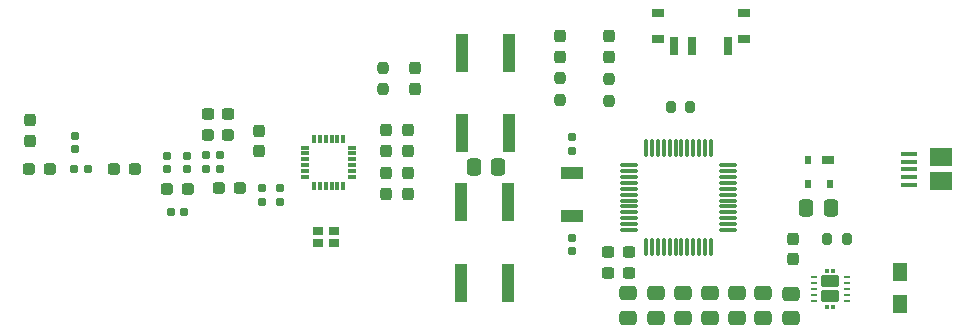
<source format=gtp>
G04 #@! TF.GenerationSoftware,KiCad,Pcbnew,7.0.9-1.fc38*
G04 #@! TF.CreationDate,2023-11-15T09:02:08+02:00*
G04 #@! TF.ProjectId,transceiver_board,7472616e-7363-4656-9976-65725f626f61,rev?*
G04 #@! TF.SameCoordinates,Original*
G04 #@! TF.FileFunction,Paste,Top*
G04 #@! TF.FilePolarity,Positive*
%FSLAX46Y46*%
G04 Gerber Fmt 4.6, Leading zero omitted, Abs format (unit mm)*
G04 Created by KiCad (PCBNEW 7.0.9-1.fc38) date 2023-11-15 09:02:08*
%MOMM*%
%LPD*%
G01*
G04 APERTURE LIST*
G04 Aperture macros list*
%AMRoundRect*
0 Rectangle with rounded corners*
0 $1 Rounding radius*
0 $2 $3 $4 $5 $6 $7 $8 $9 X,Y pos of 4 corners*
0 Add a 4 corners polygon primitive as box body*
4,1,4,$2,$3,$4,$5,$6,$7,$8,$9,$2,$3,0*
0 Add four circle primitives for the rounded corners*
1,1,$1+$1,$2,$3*
1,1,$1+$1,$4,$5*
1,1,$1+$1,$6,$7*
1,1,$1+$1,$8,$9*
0 Add four rect primitives between the rounded corners*
20,1,$1+$1,$2,$3,$4,$5,0*
20,1,$1+$1,$4,$5,$6,$7,0*
20,1,$1+$1,$6,$7,$8,$9,0*
20,1,$1+$1,$8,$9,$2,$3,0*%
G04 Aperture macros list end*
%ADD10RoundRect,0.237500X-0.300000X-0.237500X0.300000X-0.237500X0.300000X0.237500X-0.300000X0.237500X0*%
%ADD11RoundRect,0.237500X-0.237500X0.300000X-0.237500X-0.300000X0.237500X-0.300000X0.237500X0.300000X0*%
%ADD12R,1.000000X3.200000*%
%ADD13RoundRect,0.237500X0.287500X0.237500X-0.287500X0.237500X-0.287500X-0.237500X0.287500X-0.237500X0*%
%ADD14RoundRect,0.075000X-0.662500X-0.075000X0.662500X-0.075000X0.662500X0.075000X-0.662500X0.075000X0*%
%ADD15RoundRect,0.075000X-0.075000X-0.662500X0.075000X-0.662500X0.075000X0.662500X-0.075000X0.662500X0*%
%ADD16RoundRect,0.237500X-0.237500X0.287500X-0.237500X-0.287500X0.237500X-0.287500X0.237500X0.287500X0*%
%ADD17RoundRect,0.250000X0.337500X0.475000X-0.337500X0.475000X-0.337500X-0.475000X0.337500X-0.475000X0*%
%ADD18RoundRect,0.155000X0.212500X0.155000X-0.212500X0.155000X-0.212500X-0.155000X0.212500X-0.155000X0*%
%ADD19R,1.000000X0.800000*%
%ADD20R,0.700000X1.500000*%
%ADD21RoundRect,0.155000X0.155000X-0.212500X0.155000X0.212500X-0.155000X0.212500X-0.155000X-0.212500X0*%
%ADD22R,0.850000X0.750000*%
%ADD23RoundRect,0.025000X0.100000X0.145000X-0.100000X0.145000X-0.100000X-0.145000X0.100000X-0.145000X0*%
%ADD24RoundRect,0.106000X0.644000X0.424000X-0.644000X0.424000X-0.644000X-0.424000X0.644000X-0.424000X0*%
%ADD25R,0.600000X0.240000*%
%ADD26RoundRect,0.237500X0.237500X-0.300000X0.237500X0.300000X-0.237500X0.300000X-0.237500X-0.300000X0*%
%ADD27RoundRect,0.250000X-0.475000X0.337500X-0.475000X-0.337500X0.475000X-0.337500X0.475000X0.337500X0*%
%ADD28RoundRect,0.237500X-0.237500X0.250000X-0.237500X-0.250000X0.237500X-0.250000X0.237500X0.250000X0*%
%ADD29RoundRect,0.155000X-0.155000X0.212500X-0.155000X-0.212500X0.155000X-0.212500X0.155000X0.212500X0*%
%ADD30RoundRect,0.200000X0.200000X0.275000X-0.200000X0.275000X-0.200000X-0.275000X0.200000X-0.275000X0*%
%ADD31R,1.200000X1.500000*%
%ADD32R,1.900000X1.100000*%
%ADD33RoundRect,0.237500X0.237500X-0.250000X0.237500X0.250000X-0.237500X0.250000X-0.237500X-0.250000X0*%
%ADD34R,1.350000X0.400000*%
%ADD35R,1.900000X1.500000*%
%ADD36RoundRect,0.237500X0.300000X0.237500X-0.300000X0.237500X-0.300000X-0.237500X0.300000X-0.237500X0*%
%ADD37RoundRect,0.237500X0.237500X-0.287500X0.237500X0.287500X-0.237500X0.287500X-0.237500X-0.287500X0*%
%ADD38R,1.000000X0.700000*%
%ADD39R,0.600000X0.700000*%
%ADD40R,0.300000X0.800000*%
%ADD41R,0.800000X0.300000*%
G04 APERTURE END LIST*
D10*
X156417500Y-101830000D03*
X158142500Y-101830000D03*
D11*
X137617500Y-89741250D03*
X137617500Y-91466250D03*
D12*
X144000000Y-90000000D03*
X144000000Y-83200000D03*
X148000000Y-90000000D03*
X148000000Y-83200000D03*
D13*
X124242500Y-90166250D03*
X122492500Y-90166250D03*
D14*
X158187500Y-92700000D03*
X158187500Y-93200000D03*
X158187500Y-93700000D03*
X158187500Y-94200000D03*
X158187500Y-94700000D03*
X158187500Y-95200000D03*
X158187500Y-95700000D03*
X158187500Y-96200000D03*
X158187500Y-96700000D03*
X158187500Y-97200000D03*
X158187500Y-97700000D03*
X158187500Y-98200000D03*
D15*
X159600000Y-99612500D03*
X160100000Y-99612500D03*
X160600000Y-99612500D03*
X161100000Y-99612500D03*
X161600000Y-99612500D03*
X162100000Y-99612500D03*
X162600000Y-99612500D03*
X163100000Y-99612500D03*
X163600000Y-99612500D03*
X164100000Y-99612500D03*
X164600000Y-99612500D03*
X165100000Y-99612500D03*
D14*
X166512500Y-98200000D03*
X166512500Y-97700000D03*
X166512500Y-97200000D03*
X166512500Y-96700000D03*
X166512500Y-96200000D03*
X166512500Y-95700000D03*
X166512500Y-95200000D03*
X166512500Y-94700000D03*
X166512500Y-94200000D03*
X166512500Y-93700000D03*
X166512500Y-93200000D03*
X166512500Y-92700000D03*
D15*
X165100000Y-91287500D03*
X164600000Y-91287500D03*
X164100000Y-91287500D03*
X163600000Y-91287500D03*
X163100000Y-91287500D03*
X162600000Y-91287500D03*
X162100000Y-91287500D03*
X161600000Y-91287500D03*
X161100000Y-91287500D03*
X160600000Y-91287500D03*
X160100000Y-91287500D03*
X159600000Y-91287500D03*
D16*
X152350000Y-81800000D03*
X152350000Y-83550000D03*
D11*
X172080000Y-98957500D03*
X172080000Y-100682500D03*
D17*
X175227500Y-96360000D03*
X173152500Y-96360000D03*
D11*
X140027500Y-84493750D03*
X140027500Y-86218750D03*
D16*
X126817500Y-89791250D03*
X126817500Y-91541250D03*
D18*
X123485000Y-93066250D03*
X122350000Y-93066250D03*
D13*
X116342500Y-93066250D03*
X114592500Y-93066250D03*
D19*
X167900000Y-82000000D03*
X167900000Y-79790000D03*
X160600000Y-82000000D03*
X160600000Y-79790000D03*
D20*
X166500000Y-82650000D03*
X163500000Y-82650000D03*
X162000000Y-82650000D03*
D21*
X153300000Y-91480000D03*
X153300000Y-90345000D03*
D22*
X133145000Y-98245000D03*
X131795000Y-98245000D03*
X131795000Y-99295000D03*
X133145000Y-99295000D03*
D23*
X175430000Y-104700000D03*
X175430000Y-101640000D03*
D24*
X175180000Y-103800000D03*
X175180000Y-102540000D03*
D23*
X174930000Y-104700000D03*
X174930000Y-101640000D03*
D25*
X176580000Y-104170000D03*
X176580000Y-103670000D03*
X176580000Y-103170000D03*
X176580000Y-102670000D03*
X176580000Y-102170000D03*
X173780000Y-102170000D03*
X173780000Y-102670000D03*
X173780000Y-103170000D03*
X173780000Y-103670000D03*
X173780000Y-104170000D03*
D26*
X139467500Y-95116250D03*
X139467500Y-93391250D03*
D21*
X119067500Y-93033750D03*
X119067500Y-91898750D03*
D27*
X160400000Y-103572500D03*
X160400000Y-105647500D03*
D28*
X137327500Y-84443750D03*
X137327500Y-86268750D03*
D13*
X120792500Y-94766250D03*
X119042500Y-94766250D03*
D16*
X156450000Y-81775000D03*
X156450000Y-83525000D03*
D11*
X139467500Y-89741250D03*
X139467500Y-91466250D03*
D27*
X165030000Y-103562500D03*
X165030000Y-105637500D03*
X171830000Y-103582500D03*
X171830000Y-105657500D03*
D29*
X128567500Y-94648750D03*
X128567500Y-95783750D03*
D27*
X169540000Y-103572500D03*
X169540000Y-105647500D03*
D17*
X147070000Y-92900000D03*
X144995000Y-92900000D03*
D30*
X176605000Y-98970000D03*
X174955000Y-98970000D03*
D29*
X153300000Y-98845000D03*
X153300000Y-99980000D03*
D13*
X125192500Y-94666250D03*
X123442500Y-94666250D03*
D10*
X156410000Y-100070000D03*
X158135000Y-100070000D03*
D31*
X181080000Y-104470000D03*
X181080000Y-101770000D03*
D29*
X127067500Y-94648750D03*
X127067500Y-95783750D03*
D32*
X153300000Y-93412500D03*
X153300000Y-97012500D03*
D13*
X109142500Y-93066250D03*
X107392500Y-93066250D03*
D33*
X152350000Y-87187500D03*
X152350000Y-85362500D03*
D18*
X112335000Y-93066250D03*
X111200000Y-93066250D03*
D34*
X181900000Y-94350000D03*
X181900000Y-93700000D03*
X181900000Y-93050000D03*
X181900000Y-92400000D03*
X181900000Y-91750000D03*
D35*
X184600000Y-94050000D03*
X184600000Y-92050000D03*
D12*
X143930000Y-102660000D03*
X143930000Y-95860000D03*
X147930000Y-102660000D03*
X147930000Y-95860000D03*
D36*
X124230000Y-88416250D03*
X122505000Y-88416250D03*
D27*
X167270000Y-103572500D03*
X167270000Y-105647500D03*
D30*
X163325000Y-87812500D03*
X161675000Y-87812500D03*
D27*
X162690000Y-103572500D03*
X162690000Y-105647500D03*
D21*
X120767500Y-93033750D03*
X120767500Y-91898750D03*
D18*
X120485000Y-96666250D03*
X119350000Y-96666250D03*
D27*
X158080000Y-103572500D03*
X158080000Y-105647500D03*
D18*
X123502500Y-91816250D03*
X122367500Y-91816250D03*
D37*
X137567500Y-95128750D03*
X137567500Y-93378750D03*
D38*
X175000000Y-92300000D03*
D39*
X173300000Y-92300000D03*
X173300000Y-94300000D03*
X175200000Y-94300000D03*
D26*
X107417500Y-90628750D03*
X107417500Y-88903750D03*
D33*
X156450000Y-87262500D03*
X156450000Y-85437500D03*
D21*
X111217500Y-91333750D03*
X111217500Y-90198750D03*
D40*
X131467500Y-94466250D03*
X131967500Y-94466250D03*
X132467500Y-94466250D03*
X132967500Y-94466250D03*
X133467500Y-94466250D03*
X133967500Y-94466250D03*
D41*
X134717500Y-93716250D03*
X134717500Y-93216250D03*
X134717500Y-92716250D03*
X134717500Y-92216250D03*
X134717500Y-91716250D03*
X134717500Y-91216250D03*
D40*
X133967500Y-90466250D03*
X133467500Y-90466250D03*
X132967500Y-90466250D03*
X132467500Y-90466250D03*
X131967500Y-90466250D03*
X131467500Y-90466250D03*
D41*
X130717500Y-91216250D03*
X130717500Y-91716250D03*
X130717500Y-92216250D03*
X130717500Y-92716250D03*
X130717500Y-93216250D03*
X130717500Y-93716250D03*
M02*

</source>
